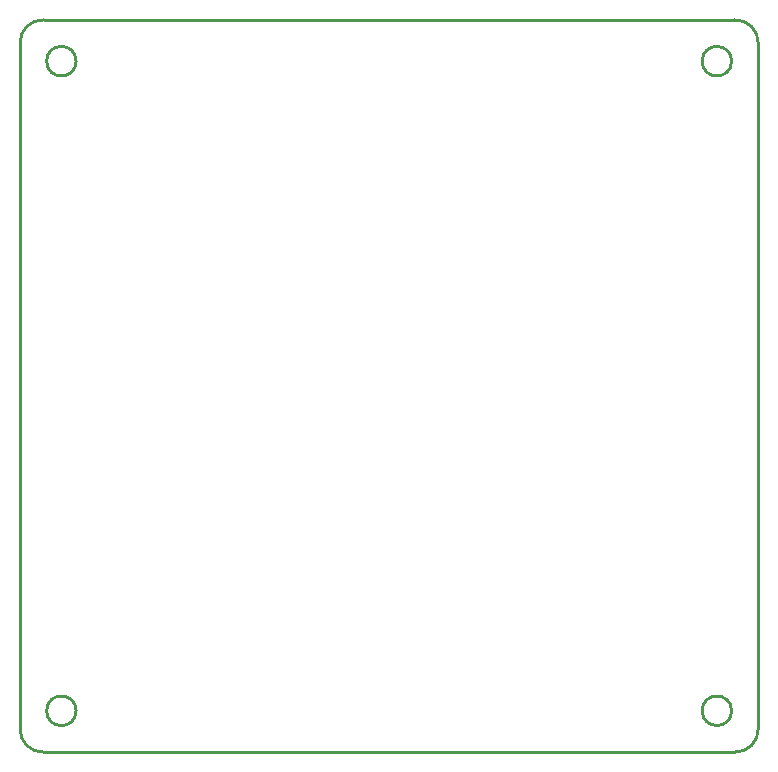
<source format=gbr>
%TF.GenerationSoftware,KiCad,Pcbnew,8.0.3*%
%TF.CreationDate,2024-07-18T14:45:25+02:00*%
%TF.ProjectId,usb-pd-mch-hotplate,7573622d-7064-42d6-9d63-682d686f7470,rev?*%
%TF.SameCoordinates,Original*%
%TF.FileFunction,Profile,NP*%
%FSLAX46Y46*%
G04 Gerber Fmt 4.6, Leading zero omitted, Abs format (unit mm)*
G04 Created by KiCad (PCBNEW 8.0.3) date 2024-07-18 14:45:25*
%MOMM*%
%LPD*%
G01*
G04 APERTURE LIST*
%TA.AperFunction,Profile*%
%ADD10C,0.250000*%
%TD*%
G04 APERTURE END LIST*
D10*
X114850000Y-63600000D02*
G75*
G02*
X112350000Y-63600000I-1250000J0D01*
G01*
X112350000Y-63600000D02*
G75*
G02*
X114850000Y-63600000I1250000J0D01*
G01*
X172600000Y-62100000D02*
X172600000Y-120100000D01*
X112100000Y-60100000D02*
X170600000Y-60100000D01*
X170600000Y-60100000D02*
G75*
G02*
X172600000Y-62100000I74700J-1925300D01*
G01*
X112100000Y-122100000D02*
G75*
G02*
X110100000Y-120100000I-74700J1925300D01*
G01*
X172600000Y-120100000D02*
G75*
G02*
X170600000Y-122100000I-1925300J-74700D01*
G01*
X114850000Y-118600000D02*
G75*
G02*
X112350000Y-118600000I-1250000J0D01*
G01*
X112350000Y-118600000D02*
G75*
G02*
X114850000Y-118600000I1250000J0D01*
G01*
X170350000Y-118600000D02*
G75*
G02*
X167850000Y-118600000I-1250000J0D01*
G01*
X167850000Y-118600000D02*
G75*
G02*
X170350000Y-118600000I1250000J0D01*
G01*
X110100000Y-62100000D02*
G75*
G02*
X112100000Y-60100000I1925300J74700D01*
G01*
X110100000Y-120100000D02*
X110100000Y-62100000D01*
X170600000Y-122100000D02*
X112100000Y-122100000D01*
X170350000Y-63600000D02*
G75*
G02*
X167850000Y-63600000I-1250000J0D01*
G01*
X167850000Y-63600000D02*
G75*
G02*
X170350000Y-63600000I1250000J0D01*
G01*
M02*

</source>
